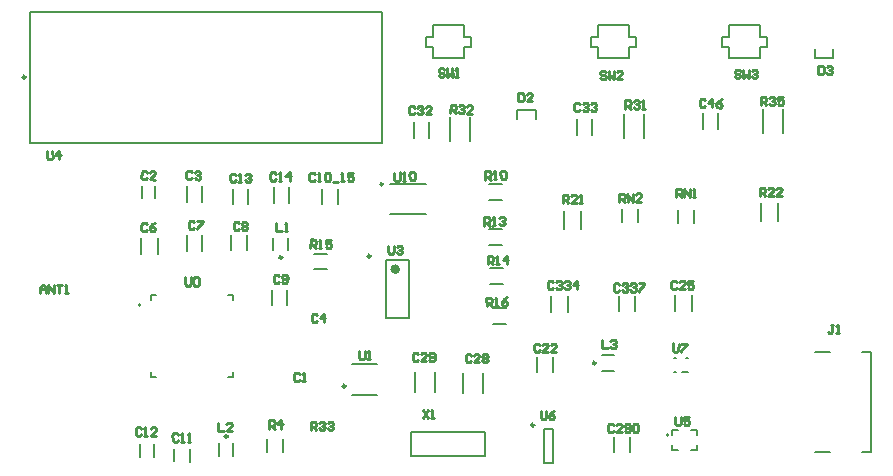
<source format=gto>
G04*
G04 #@! TF.GenerationSoftware,Altium Limited,Altium Designer,23.9.2 (47)*
G04*
G04 Layer_Color=65535*
%FSLAX44Y44*%
%MOMM*%
G71*
G04*
G04 #@! TF.SameCoordinates,2E1E75F7-3D1D-466E-99F7-38A65D3F2882*
G04*
G04*
G04 #@! TF.FilePolarity,Positive*
G04*
G01*
G75*
%ADD10C,0.2500*%
%ADD11C,0.2000*%
%ADD12C,0.2200*%
%ADD13C,0.4000*%
%ADD14C,0.1270*%
%ADD15C,0.2540*%
D10*
X686750Y303500D02*
G03*
X686750Y303500I-1250J0D01*
G01*
X427250Y294000D02*
G03*
X427250Y294000I-1250J0D01*
G01*
X473250Y445500D02*
G03*
X473250Y445500I-1250J0D01*
G01*
X738750Y356000D02*
G03*
X738750Y356000I-1250J0D01*
G01*
X256150Y598000D02*
G03*
X256150Y598000I-1250J0D01*
G01*
X548000Y446550D02*
G03*
X548000Y446550I-1250J0D01*
G01*
X527000Y336500D02*
G03*
X527000Y336500I-1250J0D01*
G01*
D11*
X353450Y405000D02*
G03*
X353450Y405000I-1000J0D01*
G01*
X800550Y295000D02*
G03*
X800550Y295000I-1000J0D01*
G01*
X924500Y280500D02*
X937000D01*
X924500Y365500D02*
X937000D01*
X964500Y280500D02*
X972000D01*
Y365500D01*
X964500D02*
X972000D01*
X381683Y272677D02*
Y283177D01*
X395207Y272664D02*
Y283164D01*
X364813Y276686D02*
Y287314D01*
X353186Y276686D02*
Y287314D01*
X702750Y271000D02*
Y300000D01*
X694750Y271000D02*
Y300000D01*
Y271000D02*
X702750D01*
X694750Y300000D02*
X702750D01*
X722650Y549300D02*
Y562700D01*
X735350Y549300D02*
Y562700D01*
X520750Y490637D02*
Y503362D01*
X507250Y490637D02*
Y503362D01*
X466650Y491300D02*
Y504700D01*
X479350Y491300D02*
Y504700D01*
X584650Y546300D02*
Y559700D01*
X597350Y546300D02*
Y559700D01*
X420187Y277687D02*
Y288314D01*
X431814Y277687D02*
Y288314D01*
X726429Y469620D02*
Y484380D01*
X711571Y469620D02*
Y484380D01*
X820500Y399969D02*
Y414031D01*
X805500Y399969D02*
Y414031D01*
X767750Y280637D02*
Y293362D01*
X754250Y280637D02*
Y293362D01*
X702750Y348638D02*
Y361362D01*
X689250Y348638D02*
Y361362D01*
X465500Y451750D02*
Y462250D01*
X478420Y451750D02*
Y462250D01*
X460250Y280500D02*
Y291500D01*
X473750Y280500D02*
Y291500D01*
X893429Y476554D02*
Y491315D01*
X878571Y476554D02*
Y491315D01*
X771751Y399852D02*
Y412577D01*
X758251Y399852D02*
Y412577D01*
X392650Y492300D02*
Y505700D01*
X405350Y492300D02*
Y505700D01*
X444750Y490852D02*
Y503577D01*
X431250Y490852D02*
Y503577D01*
X743750Y362500D02*
X754250D01*
X743750Y349580D02*
X754250D01*
X779500Y546670D02*
Y566791D01*
X762500Y546670D02*
Y566791D01*
X615500Y543940D02*
Y564060D01*
X632500Y543940D02*
Y564060D01*
X648500Y469750D02*
X659500D01*
X648500Y456250D02*
X659500D01*
X651500Y389250D02*
X662500D01*
X651500Y402750D02*
X662500D01*
X715500Y399080D02*
Y413142D01*
X700500Y399080D02*
Y413142D01*
X585500Y331250D02*
Y348750D01*
X602530Y331303D02*
Y348803D01*
X405350Y451300D02*
Y464700D01*
X392650Y451300D02*
Y464700D01*
X443750Y451637D02*
Y464362D01*
X430250Y451637D02*
Y464362D01*
X477750Y404852D02*
Y417576D01*
X464250Y404852D02*
Y417576D01*
X648500Y507750D02*
X659500D01*
X648500Y494250D02*
X659500D01*
X626500Y330250D02*
Y347750D01*
X643530Y330304D02*
Y347803D01*
X368500Y448079D02*
Y462141D01*
X353500Y448079D02*
Y462141D01*
X649500Y436750D02*
X660500D01*
X649500Y423250D02*
X660500D01*
X365814Y495686D02*
Y506313D01*
X354186Y495686D02*
Y506313D01*
X500500Y448750D02*
X511501D01*
X500500Y435250D02*
X511501D01*
X774750Y475500D02*
Y486500D01*
X761250Y475500D02*
Y486500D01*
X808250Y474500D02*
Y485500D01*
X821750Y474500D02*
Y485500D01*
X582750Y277500D02*
X644750D01*
X582750D02*
Y297500D01*
X644750D01*
Y277500D02*
Y297500D01*
X259650Y542750D02*
Y653250D01*
Y542750D02*
X558150D01*
Y653250D01*
X259650D02*
X558150D01*
X811900Y348600D02*
X816900D01*
X804900D02*
X806900D01*
X804900Y360600D02*
X806900D01*
X814900D02*
X816900D01*
X897500Y550939D02*
Y571061D01*
X880500Y550939D02*
Y571061D01*
X924000Y614500D02*
X940000D01*
Y621500D01*
X924000Y614500D02*
Y621500D01*
X735000Y624000D02*
Y632000D01*
X741000D01*
Y642000D01*
X767000D01*
Y632000D02*
Y642000D01*
Y632000D02*
X773000D01*
Y624000D02*
Y632000D01*
X767000Y624000D02*
X773000D01*
X767000Y614000D02*
Y624000D01*
X741000Y614000D02*
X767000D01*
X741000D02*
Y624000D01*
X735000D02*
X741000D01*
X672000Y570000D02*
X688000D01*
X672000Y563000D02*
Y570000D01*
X688000Y563000D02*
Y570000D01*
X842350Y554300D02*
Y567700D01*
X829650Y554300D02*
Y567700D01*
X846000Y624000D02*
Y632000D01*
X852000D01*
Y642000D01*
X878000D01*
Y632000D02*
Y642000D01*
Y632000D02*
X884000D01*
Y624000D02*
Y632000D01*
X878000Y624000D02*
X884000D01*
X878000Y614000D02*
Y624000D01*
X852000Y614000D02*
X878000D01*
X852000D02*
Y624000D01*
X846000D02*
X852000D01*
X595000D02*
Y632000D01*
X601000D01*
Y642000D01*
X627000D01*
Y632000D02*
Y642000D01*
Y632000D02*
X633000D01*
Y624000D02*
Y632000D01*
X627000Y624000D02*
X633000D01*
X627000Y614000D02*
Y624000D01*
X601000Y614000D02*
X627000D01*
X601000D02*
Y624000D01*
X595000D02*
X601000D01*
X565000Y507500D02*
X595000D01*
X565000Y482500D02*
X595000D01*
X561000Y394501D02*
Y443500D01*
X581000Y394501D02*
Y443500D01*
X561000D02*
X581000D01*
X561000Y394501D02*
X581000D01*
X532500Y355251D02*
X553500D01*
X532500Y328750D02*
X553500D01*
D12*
X558500Y507500D02*
G03*
X558500Y507500I-1000J0D01*
G01*
D13*
X571000Y435500D02*
G03*
X571000Y435500I-2000J0D01*
G01*
D14*
X362000Y409300D02*
Y414000D01*
Y344000D02*
Y348700D01*
X432000Y409300D02*
Y414000D01*
Y344000D02*
Y348700D01*
X362000Y414000D02*
X366700D01*
X362000Y344000D02*
X366700D01*
X427300Y414000D02*
X432000D01*
X427300Y344000D02*
X432000D01*
X824450Y295225D02*
Y299450D01*
X819225D02*
X824450D01*
X803550Y295225D02*
Y299450D01*
X808775D01*
X803550Y282550D02*
Y286775D01*
Y282550D02*
X808775D01*
X824450D02*
Y286775D01*
X819225Y282550D02*
X824450D01*
D15*
X592313Y316469D02*
X597022Y309501D01*
X596978Y316499D02*
X592357Y309472D01*
X599355Y309516D02*
X601687Y309531D01*
X600521Y309523D01*
X600477Y316521D01*
X599318Y315347D01*
X568144Y517213D02*
X568333Y511385D01*
X569537Y510257D01*
X571868Y510333D01*
X572996Y511536D01*
X572807Y517365D01*
X575365Y510446D02*
X577696Y510522D01*
X576531Y510484D01*
X576304Y517478D01*
X575176Y516275D01*
X581004Y516464D02*
X582132Y517667D01*
X584463Y517743D01*
X585667Y516615D01*
X585818Y511952D01*
X584690Y510749D01*
X582359Y510673D01*
X581156Y511801D01*
X581004Y516464D01*
X804238Y372612D02*
X804124Y366781D01*
X805268Y365592D01*
X807600Y365547D01*
X808789Y366690D01*
X808902Y372521D01*
X811234Y372476D02*
X815898Y372385D01*
X815876Y371219D01*
X811121Y366645D01*
X811098Y365479D01*
X692169Y315499D02*
Y309667D01*
X693335Y308501D01*
X695667D01*
X696834Y309667D01*
Y315499D01*
X703831D02*
X701499Y314333D01*
X699166Y312000D01*
Y309667D01*
X700333Y308501D01*
X702665D01*
X703831Y309667D01*
Y310834D01*
X702665Y312000D01*
X699166D01*
X806169Y310499D02*
Y304667D01*
X807335Y303501D01*
X809667D01*
X810834Y304667D01*
Y310499D01*
X817831D02*
X813166D01*
Y307000D01*
X815499Y308166D01*
X816665D01*
X817831Y307000D01*
Y304667D01*
X816665Y303501D01*
X814333D01*
X813166Y304667D01*
X274112Y535404D02*
X274207Y529573D01*
X275392Y528426D01*
X277725Y528464D01*
X278872Y529649D01*
X278777Y535479D01*
X284722Y528578D02*
X284608Y535574D01*
X281166Y532019D01*
X285831Y532095D01*
X563168Y455499D02*
Y449667D01*
X564335Y448501D01*
X566667D01*
X567834Y449667D01*
Y455499D01*
X570166Y454333D02*
X571333Y455499D01*
X573665D01*
X574832Y454333D01*
Y453166D01*
X573665Y452000D01*
X572499D01*
X573665D01*
X574832Y450834D01*
Y449667D01*
X573665Y448501D01*
X571333D01*
X570166Y449667D01*
X538335Y366499D02*
Y360667D01*
X539501Y359501D01*
X541834D01*
X543000Y360667D01*
Y366499D01*
X545333Y359501D02*
X547665D01*
X546499D01*
Y366499D01*
X545333Y365333D01*
X391169Y428499D02*
Y422667D01*
X392335Y421501D01*
X394667D01*
X395834Y422667D01*
Y428499D01*
X398166Y427333D02*
X399333Y428499D01*
X401665D01*
X402831Y427333D01*
Y422667D01*
X401665Y421501D01*
X399333D01*
X398166Y422667D01*
Y427333D01*
X861337Y603336D02*
X860171Y604503D01*
X857838Y604505D01*
X856671Y603339D01*
X856671Y602173D01*
X857836Y601006D01*
X860169Y601004D01*
X861334Y599837D01*
X861333Y598671D01*
X860166Y597505D01*
X857833Y597507D01*
X856668Y598674D01*
X863670Y604501D02*
X863665Y597503D01*
X865999Y599834D01*
X868330Y597500D01*
X868335Y604497D01*
X870667Y603329D02*
X871834Y604495D01*
X874166Y604493D01*
X875332Y603326D01*
X875331Y602160D01*
X874164Y600994D01*
X872998Y600995D01*
X874164Y600994D01*
X875330Y599827D01*
X875329Y598661D01*
X874162Y597495D01*
X871829Y597497D01*
X870664Y598664D01*
X747302Y602265D02*
X746119Y603414D01*
X743786Y603381D01*
X742637Y602198D01*
X742654Y601032D01*
X743837Y599882D01*
X746169Y599916D01*
X747352Y598767D01*
X747369Y597600D01*
X746220Y596418D01*
X743887Y596384D01*
X742704Y597533D01*
X749617Y603465D02*
X749718Y596468D01*
X752017Y598834D01*
X754383Y596535D01*
X754282Y603532D01*
X761380Y596636D02*
X756715Y596569D01*
X761312Y601301D01*
X761296Y602467D01*
X760113Y603616D01*
X757780Y603582D01*
X756631Y602399D01*
X610481Y604303D02*
X609305Y605459D01*
X606973Y605439D01*
X605816Y604263D01*
X605826Y603096D01*
X607002Y601940D01*
X609335Y601960D01*
X610511Y600804D01*
X610521Y599637D01*
X609365Y598461D01*
X607032Y598441D01*
X605856Y599598D01*
X612804Y605489D02*
X612864Y598491D01*
X615176Y600844D01*
X617529Y598531D01*
X617469Y605529D01*
X619861Y598551D02*
X622194Y598571D01*
X621027Y598561D01*
X620967Y605559D01*
X619811Y604382D01*
X758741Y492317D02*
X758602Y499313D01*
X762100Y499383D01*
X763289Y498240D01*
X763336Y495908D01*
X762193Y494718D01*
X758695Y494649D01*
X761027Y494695D02*
X763405Y492409D01*
X765737Y492456D02*
X765599Y499452D01*
X770401Y492548D01*
X770263Y499544D01*
X777398Y492687D02*
X772734Y492594D01*
X777305Y497351D01*
X777282Y498517D01*
X776093Y499660D01*
X773761Y499614D01*
X772618Y498424D01*
X806836Y496501D02*
Y503499D01*
X810335D01*
X811501Y502333D01*
Y500000D01*
X810335Y498834D01*
X806836D01*
X809168D02*
X811501Y496501D01*
X813834D02*
Y503499D01*
X818499Y496501D01*
Y503499D01*
X820832Y496501D02*
X823164D01*
X821998D01*
Y503499D01*
X820832Y502333D01*
X878670Y574501D02*
Y581499D01*
X882169D01*
X883335Y580333D01*
Y578000D01*
X882169Y576834D01*
X878670D01*
X881002D02*
X883335Y574501D01*
X885667Y580333D02*
X886834Y581499D01*
X889166D01*
X890333Y580333D01*
Y579166D01*
X889166Y578000D01*
X888000D01*
X889166D01*
X890333Y576834D01*
Y575667D01*
X889166Y574501D01*
X886834D01*
X885667Y575667D01*
X897330Y581499D02*
X892665D01*
Y578000D01*
X894998Y579166D01*
X896164D01*
X897330Y578000D01*
Y575667D01*
X896164Y574501D01*
X893831D01*
X892665Y575667D01*
X497670Y299501D02*
Y306499D01*
X501169D01*
X502335Y305333D01*
Y303000D01*
X501169Y301834D01*
X497670D01*
X500002D02*
X502335Y299501D01*
X504667Y305333D02*
X505834Y306499D01*
X508166D01*
X509333Y305333D01*
Y304166D01*
X508166Y303000D01*
X507000D01*
X508166D01*
X509333Y301834D01*
Y300667D01*
X508166Y299501D01*
X505834D01*
X504667Y300667D01*
X511665Y305333D02*
X512831Y306499D01*
X515164D01*
X516330Y305333D01*
Y304166D01*
X515164Y303000D01*
X513998D01*
X515164D01*
X516330Y301834D01*
Y300667D01*
X515164Y299501D01*
X512831D01*
X511665Y300667D01*
X615522Y567923D02*
X615836Y574914D01*
X619331Y574757D01*
X620444Y573539D01*
X620340Y571209D01*
X619122Y570096D01*
X615627Y570253D01*
X617957Y570149D02*
X620183Y567714D01*
X622774Y573435D02*
X623992Y574548D01*
X626322Y574443D01*
X627435Y573226D01*
X627383Y572061D01*
X626165Y570948D01*
X625000Y571000D01*
X626165Y570948D01*
X627278Y569730D01*
X627226Y568565D01*
X626008Y567452D01*
X623678Y567557D01*
X622565Y568774D01*
X634164Y567086D02*
X629504Y567295D01*
X634373Y571747D01*
X634426Y572912D01*
X633313Y574129D01*
X630982Y574234D01*
X629765Y573121D01*
X763824Y571529D02*
X763848Y578527D01*
X767347Y578515D01*
X768509Y577344D01*
X768501Y575012D01*
X767331Y573850D01*
X763832Y573861D01*
X766165Y573853D02*
X768489Y571513D01*
X770842Y577337D02*
X772012Y578499D01*
X774344Y578491D01*
X775507Y577321D01*
X775503Y576154D01*
X774333Y574992D01*
X773166Y574996D01*
X774333Y574992D01*
X775495Y573822D01*
X775491Y572655D01*
X774321Y571493D01*
X771988Y571501D01*
X770826Y572671D01*
X777820Y571481D02*
X780152Y571473D01*
X778986Y571477D01*
X779010Y578475D01*
X777839Y577313D01*
X877670Y497501D02*
Y504499D01*
X881169D01*
X882335Y503333D01*
Y501000D01*
X881169Y499834D01*
X877670D01*
X880002D02*
X882335Y497501D01*
X889333D02*
X884667D01*
X889333Y502166D01*
Y503333D01*
X888166Y504499D01*
X885834D01*
X884667Y503333D01*
X896330Y497501D02*
X891665D01*
X896330Y502166D01*
Y503333D01*
X895164Y504499D01*
X892831D01*
X891665Y503333D01*
X710836Y491501D02*
Y498499D01*
X714335D01*
X715501Y497333D01*
Y495000D01*
X714335Y493834D01*
X710836D01*
X713169D02*
X715501Y491501D01*
X722499D02*
X717834D01*
X722499Y496166D01*
Y497333D01*
X721333Y498499D01*
X719000D01*
X717834Y497333D01*
X724831Y491501D02*
X727164D01*
X725998D01*
Y498499D01*
X724831Y497333D01*
X646355Y404255D02*
X646158Y411250D01*
X649655Y411349D01*
X650854Y410216D01*
X650920Y407885D01*
X649787Y406686D01*
X646289Y406587D01*
X648621Y406653D02*
X651019Y404387D01*
X653350Y404453D02*
X655682Y404519D01*
X654516Y404486D01*
X654318Y411481D01*
X653185Y410282D01*
X663645Y411745D02*
X661346Y410513D01*
X659080Y408115D01*
X659146Y405784D01*
X660345Y404651D01*
X662677Y404717D01*
X663810Y405915D01*
X663777Y407081D01*
X662578Y408214D01*
X659080Y408115D01*
X497199Y453639D02*
X497309Y460636D01*
X500807Y460581D01*
X501955Y459397D01*
X501918Y457064D01*
X500734Y455916D01*
X497236Y455971D01*
X499568Y455935D02*
X501864Y453566D01*
X504196Y453529D02*
X506528Y453492D01*
X505362Y453511D01*
X505472Y460508D01*
X504287Y459360D01*
X514801Y460361D02*
X510136Y460434D01*
X510081Y456936D01*
X512432Y458065D01*
X513598Y458047D01*
X514746Y456862D01*
X514710Y454530D01*
X513525Y453382D01*
X511193Y453419D01*
X510045Y454604D01*
X647269Y439462D02*
X647237Y446460D01*
X650736Y446475D01*
X651908Y445314D01*
X651918Y442982D01*
X650757Y441810D01*
X647258Y441795D01*
X649591Y441805D02*
X651934Y439483D01*
X654266Y439493D02*
X656599Y439504D01*
X655432Y439499D01*
X655401Y446496D01*
X654240Y445325D01*
X663596Y439535D02*
X663565Y446533D01*
X660082Y443018D01*
X664747Y443039D01*
X644318Y472343D02*
X644191Y479340D01*
X647689Y479403D01*
X648876Y478258D01*
X648919Y475926D01*
X647774Y474739D01*
X644275Y474675D01*
X646608Y474718D02*
X648982Y472428D01*
X651314Y472470D02*
X653646Y472512D01*
X652480Y472491D01*
X652354Y479488D01*
X651209Y478301D01*
X657039Y478406D02*
X658184Y479593D01*
X660516Y479636D01*
X661703Y478491D01*
X661725Y477325D01*
X660580Y476137D01*
X659414Y476116D01*
X660580Y476137D01*
X661767Y474992D01*
X661788Y473826D01*
X660643Y472639D01*
X658311Y472597D01*
X657124Y473742D01*
X645374Y511212D02*
X645141Y518206D01*
X648638Y518322D01*
X649843Y517196D01*
X649920Y514864D01*
X648793Y513660D01*
X645296Y513543D01*
X647628Y513621D02*
X650037Y511367D01*
X652368Y511445D02*
X654699Y511522D01*
X653533Y511484D01*
X653301Y518478D01*
X652174Y517273D01*
X658002Y517467D02*
X659129Y518671D01*
X661460Y518749D01*
X662665Y517622D01*
X662820Y512960D01*
X661693Y511755D01*
X659362Y511678D01*
X658157Y512804D01*
X658002Y517467D01*
X462177Y300488D02*
X462160Y307485D01*
X465659Y307493D01*
X466828Y306330D01*
X466834Y303997D01*
X465670Y302828D01*
X462171Y302820D01*
X464504Y302826D02*
X466842Y300498D01*
X472673Y300512D02*
X472657Y307510D01*
X469166Y304003D01*
X473831Y304013D01*
X744168Y375499D02*
Y368501D01*
X748834D01*
X751166Y374333D02*
X752333Y375499D01*
X754665D01*
X755832Y374333D01*
Y373166D01*
X754665Y372000D01*
X753499D01*
X754665D01*
X755832Y370834D01*
Y369667D01*
X754665Y368501D01*
X752333D01*
X751166Y369667D01*
X419115Y305408D02*
X419224Y298411D01*
X423888Y298484D01*
X430885Y298592D02*
X426220Y298520D01*
X430813Y303257D01*
X430794Y304423D01*
X429610Y305571D01*
X427278Y305535D01*
X426130Y304350D01*
X468293Y474443D02*
X468377Y467445D01*
X473042Y467501D01*
X475374Y467529D02*
X477707Y467557D01*
X476541Y467543D01*
X476457Y474541D01*
X475304Y473360D01*
X940000Y388499D02*
X937667Y388499D01*
X938834Y388499D01*
X938834Y382668D01*
X937667Y381501D01*
X936501Y381501D01*
X935335Y382668D01*
X942333Y381501D02*
X944665Y381501D01*
X943499Y381501D01*
X943499Y388499D01*
X942333Y387332D01*
X927219Y607581D02*
X927119Y600584D01*
X930618Y600535D01*
X931801Y601684D01*
X931867Y606349D01*
X930717Y607532D01*
X927219Y607581D01*
X934199Y606316D02*
X935382Y607465D01*
X937714Y607432D01*
X938864Y606250D01*
X938847Y605083D01*
X937665Y603934D01*
X936498Y603950D01*
X937665Y603934D01*
X938814Y602751D01*
X938798Y601585D01*
X937615Y600435D01*
X935283Y600468D01*
X934133Y601651D01*
X673160Y584485D02*
X673177Y577488D01*
X676675Y577496D01*
X677839Y578665D01*
X677828Y583330D01*
X676659Y584493D01*
X673160Y584485D01*
X684839Y577515D02*
X680174Y577504D01*
X684829Y582180D01*
X684826Y583346D01*
X683657Y584510D01*
X681324Y584504D01*
X680161Y583335D01*
X758836Y422333D02*
X757670Y423499D01*
X755337D01*
X754171Y422333D01*
Y417667D01*
X755337Y416501D01*
X757670D01*
X758836Y417667D01*
X761169Y422333D02*
X762335Y423499D01*
X764667D01*
X765834Y422333D01*
Y421166D01*
X764667Y420000D01*
X763501D01*
X764667D01*
X765834Y418834D01*
Y417667D01*
X764667Y416501D01*
X762335D01*
X761169Y417667D01*
X768166Y422333D02*
X769333Y423499D01*
X771665D01*
X772831Y422333D01*
Y421166D01*
X771665Y420000D01*
X770499D01*
X771665D01*
X772831Y418834D01*
Y417667D01*
X771665Y416501D01*
X769333D01*
X768166Y417667D01*
X775164Y423499D02*
X779829D01*
Y422333D01*
X775164Y417667D01*
Y416501D01*
X702836Y424333D02*
X701670Y425499D01*
X699337D01*
X698171Y424333D01*
Y419667D01*
X699337Y418501D01*
X701670D01*
X702836Y419667D01*
X705169Y424333D02*
X706335Y425499D01*
X708667D01*
X709834Y424333D01*
Y423166D01*
X708667Y422000D01*
X707501D01*
X708667D01*
X709834Y420834D01*
Y419667D01*
X708667Y418501D01*
X706335D01*
X705169Y419667D01*
X712166Y424333D02*
X713333Y425499D01*
X715665D01*
X716832Y424333D01*
Y423166D01*
X715665Y422000D01*
X714499D01*
X715665D01*
X716832Y420834D01*
Y419667D01*
X715665Y418501D01*
X713333D01*
X712166Y419667D01*
X722663Y418501D02*
Y425499D01*
X719164Y422000D01*
X723829D01*
X753836Y303333D02*
X752670Y304499D01*
X750337D01*
X749171Y303333D01*
Y298667D01*
X750337Y297501D01*
X752670D01*
X753836Y298667D01*
X760834Y297501D02*
X756169D01*
X760834Y302166D01*
Y303333D01*
X759667Y304499D01*
X757335D01*
X756169Y303333D01*
X763166Y298667D02*
X764333Y297501D01*
X766665D01*
X767831Y298667D01*
Y303333D01*
X766665Y304499D01*
X764333D01*
X763166Y303333D01*
Y302166D01*
X764333Y301000D01*
X767831D01*
X770164Y303333D02*
X771330Y304499D01*
X773663D01*
X774829Y303333D01*
Y298667D01*
X773663Y297501D01*
X771330D01*
X770164Y298667D01*
Y303333D01*
X831374Y578409D02*
X830227Y579594D01*
X827895Y579633D01*
X826709Y578486D01*
X826633Y573821D01*
X827779Y572636D01*
X830112Y572598D01*
X831297Y573745D01*
X837109Y572482D02*
X837224Y579479D01*
X833668Y576038D01*
X838332Y575961D01*
X845387Y579345D02*
X843035Y578217D01*
X840665Y575923D01*
X840626Y573591D01*
X841773Y572406D01*
X844105Y572367D01*
X845291Y573514D01*
X845310Y574680D01*
X844163Y575865D01*
X840665Y575923D01*
X725335Y575333D02*
X724168Y576499D01*
X721836D01*
X720670Y575333D01*
Y570667D01*
X721836Y569501D01*
X724168D01*
X725335Y570667D01*
X727667Y575333D02*
X728834Y576499D01*
X731166D01*
X732333Y575333D01*
Y574166D01*
X731166Y573000D01*
X730000D01*
X731166D01*
X732333Y571834D01*
Y570667D01*
X731166Y569501D01*
X728834D01*
X727667Y570667D01*
X734665Y575333D02*
X735831Y576499D01*
X738164D01*
X739330Y575333D01*
Y574166D01*
X738164Y573000D01*
X736998D01*
X738164D01*
X739330Y571834D01*
Y570667D01*
X738164Y569501D01*
X735831D01*
X734665Y570667D01*
X585335Y572333D02*
X584169Y573499D01*
X581836D01*
X580670Y572333D01*
Y567667D01*
X581836Y566501D01*
X584169D01*
X585335Y567667D01*
X587667Y572333D02*
X588834Y573499D01*
X591166D01*
X592333Y572333D01*
Y571166D01*
X591166Y570000D01*
X590000D01*
X591166D01*
X592333Y568834D01*
Y567667D01*
X591166Y566501D01*
X588834D01*
X587667Y567667D01*
X599330Y566501D02*
X594665D01*
X599330Y571166D01*
Y572333D01*
X598164Y573499D01*
X595831D01*
X594665Y572333D01*
X588335Y363333D02*
X587169Y364499D01*
X584836D01*
X583670Y363333D01*
Y358667D01*
X584836Y357501D01*
X587169D01*
X588335Y358667D01*
X595333Y357501D02*
X590667D01*
X595333Y362166D01*
Y363333D01*
X594166Y364499D01*
X591834D01*
X590667Y363333D01*
X597665Y358667D02*
X598831Y357501D01*
X601164D01*
X602330Y358667D01*
Y363333D01*
X601164Y364499D01*
X598831D01*
X597665Y363333D01*
Y362166D01*
X598831Y361000D01*
X602330D01*
X633335Y362333D02*
X632169Y363499D01*
X629836D01*
X628670Y362333D01*
Y357667D01*
X629836Y356501D01*
X632169D01*
X633335Y357667D01*
X640333Y356501D02*
X635667D01*
X640333Y361166D01*
Y362333D01*
X639166Y363499D01*
X636834D01*
X635667Y362333D01*
X642665D02*
X643831Y363499D01*
X646164D01*
X647330Y362333D01*
Y361166D01*
X646164Y360000D01*
X647330Y358834D01*
Y357667D01*
X646164Y356501D01*
X643831D01*
X642665Y357667D01*
Y358834D01*
X643831Y360000D01*
X642665Y361166D01*
Y362333D01*
X643831Y360000D02*
X646164D01*
X807335Y424333D02*
X806169Y425499D01*
X803836D01*
X802670Y424333D01*
Y419667D01*
X803836Y418501D01*
X806169D01*
X807335Y419667D01*
X814333Y418501D02*
X809667D01*
X814333Y423166D01*
Y424333D01*
X813166Y425499D01*
X810834D01*
X809667Y424333D01*
X821330Y425499D02*
X816665D01*
Y422000D01*
X818998Y423166D01*
X820164D01*
X821330Y422000D01*
Y419667D01*
X820164Y418501D01*
X817831D01*
X816665Y419667D01*
X691335Y371333D02*
X690169Y372499D01*
X687836D01*
X686670Y371333D01*
Y366667D01*
X687836Y365501D01*
X690169D01*
X691335Y366667D01*
X698333Y365501D02*
X693667D01*
X698333Y370166D01*
Y371333D01*
X697166Y372499D01*
X694834D01*
X693667Y371333D01*
X705330Y365501D02*
X700665D01*
X705330Y370166D01*
Y371333D01*
X704164Y372499D01*
X701832D01*
X700665Y371333D01*
X467918Y516333D02*
X466752Y517499D01*
X464419D01*
X463253Y516333D01*
Y511667D01*
X464419Y510501D01*
X466752D01*
X467918Y511667D01*
X470251Y510501D02*
X472583D01*
X471417D01*
Y517499D01*
X470251Y516333D01*
X479581Y510501D02*
Y517499D01*
X476082Y514000D01*
X480747D01*
X433918Y515333D02*
X432752Y516499D01*
X430419D01*
X429253Y515333D01*
Y510667D01*
X430419Y509501D01*
X432752D01*
X433918Y510667D01*
X436251Y509501D02*
X438583D01*
X437417D01*
Y516499D01*
X436251Y515333D01*
X442082D02*
X443248Y516499D01*
X445581D01*
X446747Y515333D01*
Y514166D01*
X445581Y513000D01*
X444415D01*
X445581D01*
X446747Y511834D01*
Y510667D01*
X445581Y509501D01*
X443248D01*
X442082Y510667D01*
X353918Y300333D02*
X352752Y301499D01*
X350419D01*
X349253Y300333D01*
Y295667D01*
X350419Y294501D01*
X352752D01*
X353918Y295667D01*
X356251Y294501D02*
X358583D01*
X357417D01*
Y301499D01*
X356251Y300333D01*
X366747Y294501D02*
X362082D01*
X366747Y299166D01*
Y300333D01*
X365581Y301499D01*
X363248D01*
X362082Y300333D01*
X385074Y295320D02*
X383903Y296481D01*
X381570Y296471D01*
X380409Y295299D01*
X380429Y290634D01*
X381601Y289473D01*
X383933Y289483D01*
X385094Y290655D01*
X387432Y289499D02*
X389765Y289509D01*
X388599Y289504D01*
X388568Y296501D01*
X387407Y295330D01*
X393264Y289524D02*
X395596Y289534D01*
X394430Y289529D01*
X394399Y296527D01*
X393238Y295355D01*
X501004Y515916D02*
X499838Y517082D01*
X497506D01*
X496339Y515916D01*
Y511251D01*
X497506Y510084D01*
X499838D01*
X501004Y511251D01*
X503337Y510084D02*
X505670D01*
X504503D01*
Y517082D01*
X503337Y515916D01*
X509169D02*
X510335Y517082D01*
X512667D01*
X513834Y515916D01*
Y511251D01*
X512667Y510084D01*
X510335D01*
X509169Y511251D01*
Y515916D01*
X516166Y508918D02*
X520831D01*
X523164Y510084D02*
X525497D01*
X524330D01*
Y517082D01*
X523164Y515916D01*
X533661Y517082D02*
X528996D01*
Y513583D01*
X531328Y514749D01*
X532494D01*
X533661Y513583D01*
Y511251D01*
X532494Y510084D01*
X530162D01*
X528996Y511251D01*
X470871Y429351D02*
X469724Y430536D01*
X467392Y430573D01*
X466207Y429426D01*
X466132Y424761D01*
X467279Y423576D01*
X469612Y423539D01*
X470797Y424686D01*
X473129Y424649D02*
X474276Y423464D01*
X476609Y423427D01*
X477793Y424574D01*
X477868Y429239D01*
X476721Y430424D01*
X474388Y430461D01*
X473204Y429314D01*
X473185Y428148D01*
X474332Y426963D01*
X477831Y426907D01*
X436902Y474365D02*
X435769Y475565D01*
X433438Y475632D01*
X432238Y474500D01*
X432104Y469837D01*
X433236Y468637D01*
X435567Y468570D01*
X436767Y469702D01*
X439233Y474298D02*
X440433Y475430D01*
X442764Y475363D01*
X443896Y474163D01*
X443863Y472997D01*
X442663Y471865D01*
X443795Y470666D01*
X443762Y469500D01*
X442562Y468368D01*
X440230Y468435D01*
X439098Y469635D01*
X439132Y470801D01*
X440332Y471933D01*
X439199Y473132D01*
X439233Y474298D01*
X440332Y471933D02*
X442663Y471865D01*
X398845Y475338D02*
X397685Y476510D01*
X395352Y476522D01*
X394180Y475361D01*
X394157Y470696D01*
X395318Y469524D01*
X397650Y469512D01*
X398822Y470673D01*
X401183Y476493D02*
X405848Y476470D01*
X405843Y475304D01*
X401155Y470662D01*
X401149Y469496D01*
X358828Y473330D02*
X357659Y474493D01*
X355327Y474488D01*
X354163Y473319D01*
X354174Y468654D01*
X355343Y467490D01*
X357676Y467496D01*
X358839Y468665D01*
X365823Y474512D02*
X363493Y473341D01*
X361166Y471003D01*
X361172Y468670D01*
X362341Y467506D01*
X364673Y467512D01*
X365837Y468681D01*
X365834Y469847D01*
X364665Y471011D01*
X361166Y471003D01*
X502867Y396349D02*
X501717Y397531D01*
X499384Y397564D01*
X498202Y396414D01*
X498136Y391749D01*
X499286Y390567D01*
X501619Y390534D01*
X502801Y391684D01*
X508616Y390436D02*
X508714Y397433D01*
X505166Y393984D01*
X509831Y393918D01*
X396882Y517356D02*
X395740Y518546D01*
X393408Y518594D01*
X392218Y517452D01*
X392122Y512788D01*
X393264Y511598D01*
X395596Y511550D01*
X396786Y512692D01*
X399214Y517308D02*
X400404Y518450D01*
X402736Y518402D01*
X403878Y517212D01*
X403854Y516046D01*
X402664Y514904D01*
X401498Y514928D01*
X402664Y514904D01*
X403806Y513714D01*
X403782Y512548D01*
X402592Y511406D01*
X400260Y511454D01*
X399118Y512644D01*
X358869Y517350D02*
X357720Y518533D01*
X355388Y518568D01*
X354204Y517420D01*
X354134Y512755D01*
X355283Y511571D01*
X357615Y511536D01*
X358799Y512685D01*
X365779Y511414D02*
X361114Y511484D01*
X365848Y516079D01*
X365866Y517245D01*
X364717Y518429D01*
X362385Y518464D01*
X361201Y517315D01*
X488000Y346333D02*
X486834Y347499D01*
X484501D01*
X483335Y346333D01*
Y341667D01*
X484501Y340501D01*
X486834D01*
X488000Y341667D01*
X490333Y340501D02*
X492665D01*
X491499D01*
Y347499D01*
X490333Y346333D01*
X268337Y415501D02*
Y420166D01*
X270670Y422499D01*
X273002Y420166D01*
Y415501D01*
Y419000D01*
X268337D01*
X275335Y415501D02*
Y422499D01*
X280000Y415501D01*
Y422499D01*
X282333D02*
X286998D01*
X284665D01*
Y415501D01*
X289330D02*
X291663D01*
X290497D01*
Y422499D01*
X289330Y421333D01*
M02*

</source>
